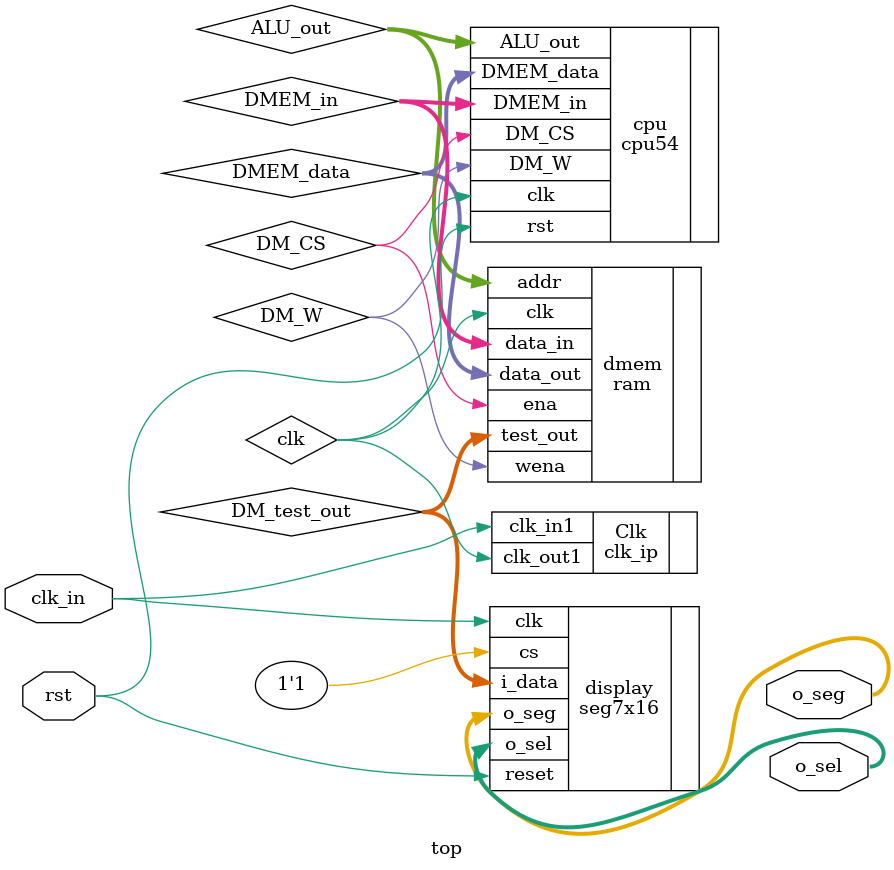
<source format=v>
`timescale 1ns / 1ps


module top(
    input clk_in,
    input rst,
    output [7:0] o_sel,
    output [7:0] o_seg
    );
    
    wire [31:0] DMEM_in;
    wire [31:0] DMEM_data;
    wire [31:0] ALU_out;
    wire DM_CS;
    wire DM_W;
    
    wire [31:0] DM_test_out;
    wire clk;
    
    clk_ip Clk(
                .clk_in1(clk_in),
                .clk_out1(clk)
                );
    
    cpu54 cpu(
                .clk(clk),
                .rst(rst),
                .DMEM_data(DMEM_data),
                .DMEM_in(DMEM_in),
                .ALU_out(ALU_out),
                .DM_CS(DM_CS),
                .DM_W(DM_W)
                );
                
                
    ram dmem(
                .clk(clk),
                .ena(DM_CS),
                .wena(DM_W),
                .addr(ALU_out),
                .data_in(DMEM_in),
                .data_out(DMEM_data),
                .test_out(DM_test_out)
                );
                
    seg7x16 display(
                    .clk(clk_in),
                    .reset(rst),
                    .cs(1'b1),
                    .i_data(DM_test_out),
                    .o_seg(o_seg),
                    .o_sel(o_sel)
                    );
endmodule

</source>
